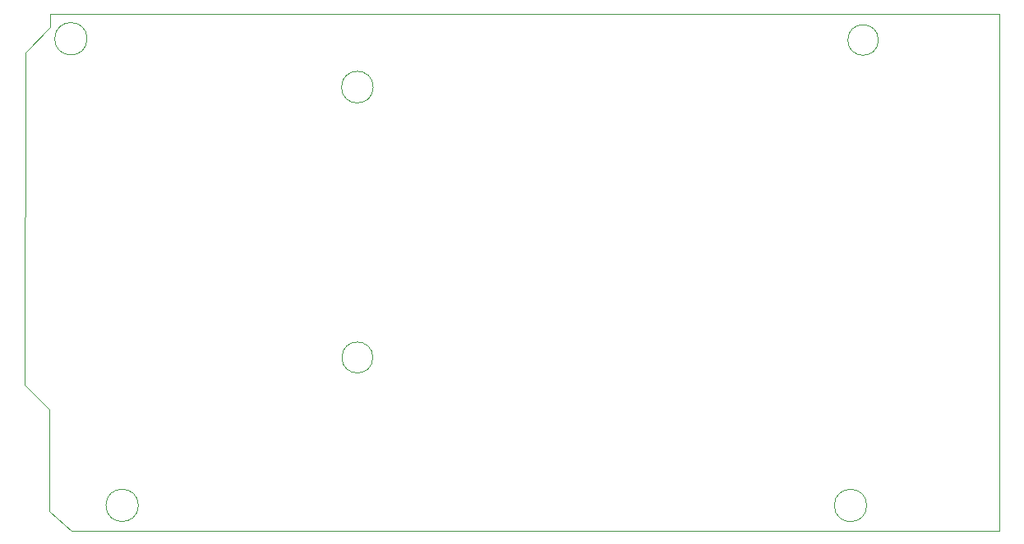
<source format=gbr>
%FSLAX34Y34*%
%MOMM*%
%LNOUTLINE*%
G71*
G01*
%ADD10C, 0.10*%
%LPD*%
G54D10*
G75*
G01X878861Y969827D02*
G03X878861Y969827I-15739J0D01*
G01*
G54D10*
G75*
G01X358058Y642208D02*
G03X358058Y642208I-15936J0D01*
G01*
G54D10*
G75*
G01X358458Y921208D02*
G03X358458Y921208I-16336J0D01*
G01*
G54D10*
X1003497Y463609D02*
X47497Y463609D01*
X24497Y483609D01*
X24497Y588609D01*
X-403Y613609D01*
X197Y957009D01*
X25197Y983009D01*
X25197Y997009D01*
X1003497Y997009D01*
X1003497Y463609D01*
G54D10*
G75*
G01X833497Y489509D02*
G03X833497Y489509I16700J0D01*
G01*
G54D10*
G75*
G01X83097Y489609D02*
G03X83097Y489609I16700J0D01*
G01*
G54D10*
G75*
G01X30297Y971109D02*
G03X30297Y971109I16700J0D01*
G01*
M02*

</source>
